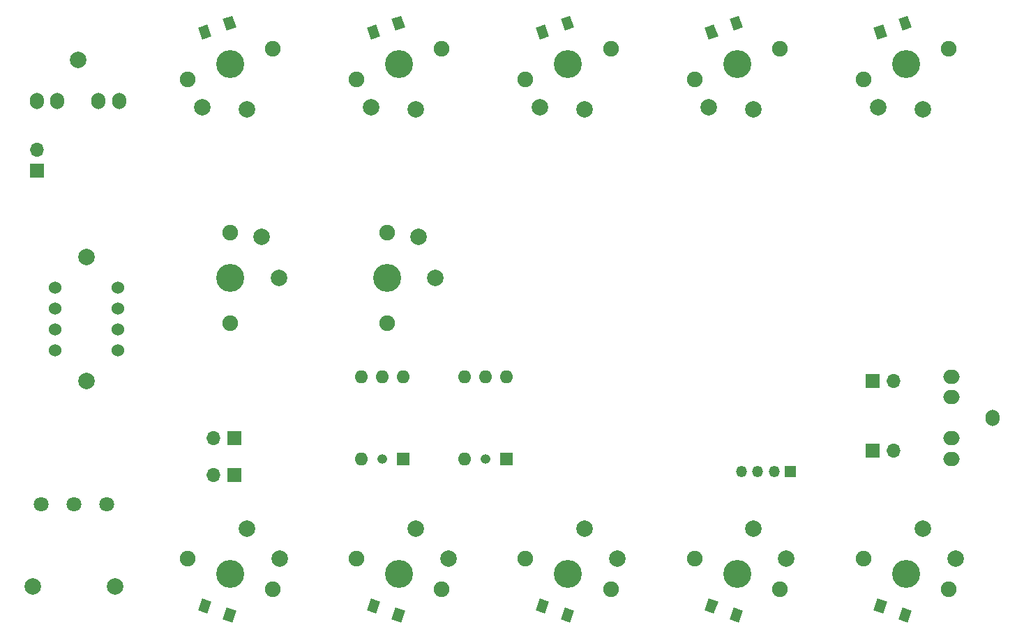
<source format=gts>
G04 #@! TF.GenerationSoftware,KiCad,Pcbnew,(5.1.8)-1*
G04 #@! TF.CreationDate,2023-04-24T00:28:35+09:00*
G04 #@! TF.ProjectId,windsynth,77696e64-7379-46e7-9468-2e6b69636164,rev?*
G04 #@! TF.SameCoordinates,Original*
G04 #@! TF.FileFunction,Soldermask,Top*
G04 #@! TF.FilePolarity,Negative*
%FSLAX46Y46*%
G04 Gerber Fmt 4.6, Leading zero omitted, Abs format (unit mm)*
G04 Created by KiCad (PCBNEW (5.1.8)-1) date 2023-04-24 00:28:35*
%MOMM*%
%LPD*%
G01*
G04 APERTURE LIST*
%ADD10O,1.700000X1.700000*%
%ADD11R,1.700000X1.700000*%
%ADD12R,1.350000X1.350000*%
%ADD13O,1.350000X1.350000*%
%ADD14R,1.600000X1.600000*%
%ADD15O,1.600000X1.600000*%
%ADD16O,1.200000X1.200000*%
%ADD17C,1.524000*%
%ADD18C,2.000000*%
%ADD19O,1.700000X2.000000*%
%ADD20O,2.000000X1.700000*%
%ADD21C,0.100000*%
%ADD22C,1.900000*%
%ADD23C,3.400000*%
%ADD24C,1.800000*%
G04 APERTURE END LIST*
D10*
G04 #@! TO.C,10u*
X127500000Y-71460000D03*
D11*
X127500000Y-74000000D03*
G04 #@! TD*
D12*
G04 #@! TO.C,I2C*
X219000000Y-110500000D03*
D13*
X217000000Y-110500000D03*
X215000000Y-110500000D03*
X213000000Y-110500000D03*
G04 #@! TD*
D14*
G04 #@! TO.C,BreathSensor1*
X172000000Y-109000000D03*
D15*
X166920000Y-99000000D03*
D16*
X169460000Y-109000000D03*
D15*
X169460000Y-99000000D03*
X166900000Y-109000000D03*
X172000000Y-99000000D03*
G04 #@! TD*
D17*
G04 #@! TO.C,AE-PAM8012*
X137310000Y-88190000D03*
X137310000Y-90730000D03*
X137310000Y-93270000D03*
X137310000Y-95810000D03*
X129690000Y-88190000D03*
X129690000Y-90730000D03*
X129690000Y-93270000D03*
X129690000Y-95810000D03*
G04 #@! TD*
D18*
G04 #@! TO.C,Speaker*
X133500000Y-84500000D03*
X133500000Y-99500000D03*
G04 #@! TD*
G04 #@! TO.C,HEADPHONE*
X132500000Y-60500000D03*
D19*
X127500000Y-65500000D03*
X130000000Y-65500000D03*
X135000000Y-65500000D03*
X137500000Y-65500000D03*
G04 #@! TD*
D20*
G04 #@! TO.C,MIDI-TRS*
X238500000Y-109000000D03*
X238500000Y-106500000D03*
X238500000Y-101500000D03*
X238500000Y-99000000D03*
D19*
X243500000Y-104000000D03*
G04 #@! TD*
D21*
G04 #@! TO.C,KeyA*
G36*
X169209328Y-57630234D02*
G01*
X168081697Y-58040659D01*
X167568666Y-56631120D01*
X168696297Y-56220695D01*
X169209328Y-57630234D01*
G37*
G36*
X172216345Y-56535769D02*
G01*
X171088714Y-56946194D01*
X170575683Y-55536655D01*
X171703314Y-55126230D01*
X172216345Y-56535769D01*
G37*
D22*
X176668309Y-59118889D03*
X166331691Y-62881111D03*
D23*
X171500000Y-61000000D03*
D18*
X168101213Y-66280933D03*
X173517919Y-66544186D03*
G04 #@! TD*
G04 #@! TO.C,KeyB*
X153017919Y-66544186D03*
X147601213Y-66280933D03*
D23*
X151000000Y-61000000D03*
D22*
X145831691Y-62881111D03*
X156168309Y-59118889D03*
D21*
G36*
X151716345Y-56535769D02*
G01*
X150588714Y-56946194D01*
X150075683Y-55536655D01*
X151203314Y-55126230D01*
X151716345Y-56535769D01*
G37*
G36*
X148709328Y-57630234D02*
G01*
X147581697Y-58040659D01*
X147068666Y-56631120D01*
X148196297Y-56220695D01*
X148709328Y-57630234D01*
G37*
G04 #@! TD*
D18*
G04 #@! TO.C,KeyD*
X194017919Y-117455814D03*
X197998140Y-121139269D03*
D23*
X192000000Y-123000000D03*
D22*
X197168309Y-124881111D03*
X186831691Y-121118889D03*
D21*
G36*
X188581697Y-125959341D02*
G01*
X189709328Y-126369766D01*
X189196297Y-127779305D01*
X188068666Y-127368880D01*
X188581697Y-125959341D01*
G37*
G36*
X191588714Y-127053806D02*
G01*
X192716345Y-127464231D01*
X192203314Y-128873770D01*
X191075683Y-128463345D01*
X191588714Y-127053806D01*
G37*
G04 #@! TD*
G04 #@! TO.C,KeyEb*
G36*
X212088714Y-127053806D02*
G01*
X213216345Y-127464231D01*
X212703314Y-128873770D01*
X211575683Y-128463345D01*
X212088714Y-127053806D01*
G37*
G36*
X209081697Y-125959341D02*
G01*
X210209328Y-126369766D01*
X209696297Y-127779305D01*
X208568666Y-127368880D01*
X209081697Y-125959341D01*
G37*
D22*
X207331691Y-121118889D03*
X217668309Y-124881111D03*
D23*
X212500000Y-123000000D03*
D18*
X218498140Y-121139269D03*
X214517919Y-117455814D03*
G04 #@! TD*
D21*
G04 #@! TO.C,KeyE*
G36*
X171088714Y-127053806D02*
G01*
X172216345Y-127464231D01*
X171703314Y-128873770D01*
X170575683Y-128463345D01*
X171088714Y-127053806D01*
G37*
G36*
X168081697Y-125959341D02*
G01*
X169209328Y-126369766D01*
X168696297Y-127779305D01*
X167568666Y-127368880D01*
X168081697Y-125959341D01*
G37*
D22*
X166331691Y-121118889D03*
X176668309Y-124881111D03*
D23*
X171500000Y-123000000D03*
D18*
X177498140Y-121139269D03*
X173517919Y-117455814D03*
G04 #@! TD*
G04 #@! TO.C,KeyF*
X153017919Y-117455814D03*
X156998140Y-121139269D03*
D23*
X151000000Y-123000000D03*
D22*
X156168309Y-124881111D03*
X145831691Y-121118889D03*
D21*
G36*
X147581697Y-125959341D02*
G01*
X148709328Y-126369766D01*
X148196297Y-127779305D01*
X147068666Y-127368880D01*
X147581697Y-125959341D01*
G37*
G36*
X150588714Y-127053806D02*
G01*
X151716345Y-127464231D01*
X151203314Y-128873770D01*
X150075683Y-128463345D01*
X150588714Y-127053806D01*
G37*
G04 #@! TD*
G04 #@! TO.C,KeyG*
G36*
X189709328Y-57630234D02*
G01*
X188581697Y-58040659D01*
X188068666Y-56631120D01*
X189196297Y-56220695D01*
X189709328Y-57630234D01*
G37*
G36*
X192716345Y-56535769D02*
G01*
X191588714Y-56946194D01*
X191075683Y-55536655D01*
X192203314Y-55126230D01*
X192716345Y-56535769D01*
G37*
D22*
X197168309Y-59118889D03*
X186831691Y-62881111D03*
D23*
X192000000Y-61000000D03*
D18*
X188601213Y-66280933D03*
X194017919Y-66544186D03*
G04 #@! TD*
G04 #@! TO.C,KeyGs*
X214517919Y-66544186D03*
X209101213Y-66280933D03*
D23*
X212500000Y-61000000D03*
D22*
X207331691Y-62881111D03*
X217668309Y-59118889D03*
D21*
G36*
X213216345Y-56535769D02*
G01*
X212088714Y-56946194D01*
X211575683Y-55536655D01*
X212703314Y-55126230D01*
X213216345Y-56535769D01*
G37*
G36*
X210209328Y-57630234D02*
G01*
X209081697Y-58040659D01*
X208568666Y-56631120D01*
X209696297Y-56220695D01*
X210209328Y-57630234D01*
G37*
G04 #@! TD*
D18*
G04 #@! TO.C,KeyLowC*
X235017919Y-117455814D03*
X238998140Y-121139269D03*
D23*
X233000000Y-123000000D03*
D22*
X238168309Y-124881111D03*
X227831691Y-121118889D03*
D21*
G36*
X229581697Y-125959341D02*
G01*
X230709328Y-126369766D01*
X230196297Y-127779305D01*
X229068666Y-127368880D01*
X229581697Y-125959341D01*
G37*
G36*
X232588714Y-127053806D02*
G01*
X233716345Y-127464231D01*
X233203314Y-128873770D01*
X232075683Y-128463345D01*
X232588714Y-127053806D01*
G37*
G04 #@! TD*
G04 #@! TO.C,KeyLowCs*
G36*
X230709328Y-57630234D02*
G01*
X229581697Y-58040659D01*
X229068666Y-56631120D01*
X230196297Y-56220695D01*
X230709328Y-57630234D01*
G37*
G36*
X233716345Y-56535769D02*
G01*
X232588714Y-56946194D01*
X232075683Y-55536655D01*
X233203314Y-55126230D01*
X233716345Y-56535769D01*
G37*
D22*
X238168309Y-59118889D03*
X227831691Y-62881111D03*
D23*
X233000000Y-61000000D03*
D18*
X229601213Y-66280933D03*
X235017919Y-66544186D03*
G04 #@! TD*
D22*
G04 #@! TO.C,OctDown*
X170000000Y-92500000D03*
X170000000Y-81500000D03*
D23*
X170000000Y-87000000D03*
D18*
X173800000Y-82000000D03*
X175900000Y-87000000D03*
G04 #@! TD*
G04 #@! TO.C,OctUp*
X156900000Y-87000000D03*
X154800000Y-82000000D03*
D23*
X151000000Y-87000000D03*
D22*
X151000000Y-81500000D03*
X151000000Y-92500000D03*
G04 #@! TD*
D11*
G04 #@! TO.C,56k*
X151500000Y-111000000D03*
D10*
X148960000Y-111000000D03*
G04 #@! TD*
D11*
G04 #@! TO.C,220*
X151500000Y-106500000D03*
D10*
X148960000Y-106500000D03*
G04 #@! TD*
G04 #@! TO.C,47*
X231540000Y-99500000D03*
D11*
X229000000Y-99500000D03*
G04 #@! TD*
G04 #@! TO.C,47*
X229000000Y-108000000D03*
D10*
X231540000Y-108000000D03*
G04 #@! TD*
D18*
G04 #@! TO.C,VOLUME*
X127000000Y-124500000D03*
D24*
X128000000Y-114500000D03*
X132000000Y-114500000D03*
X136000000Y-114500000D03*
D18*
X137000000Y-124500000D03*
G04 #@! TD*
D14*
G04 #@! TO.C,BreathSensor2*
X184500000Y-109000000D03*
D15*
X179420000Y-99000000D03*
D16*
X181960000Y-109000000D03*
D15*
X181960000Y-99000000D03*
X179400000Y-109000000D03*
X184500000Y-99000000D03*
G04 #@! TD*
M02*

</source>
